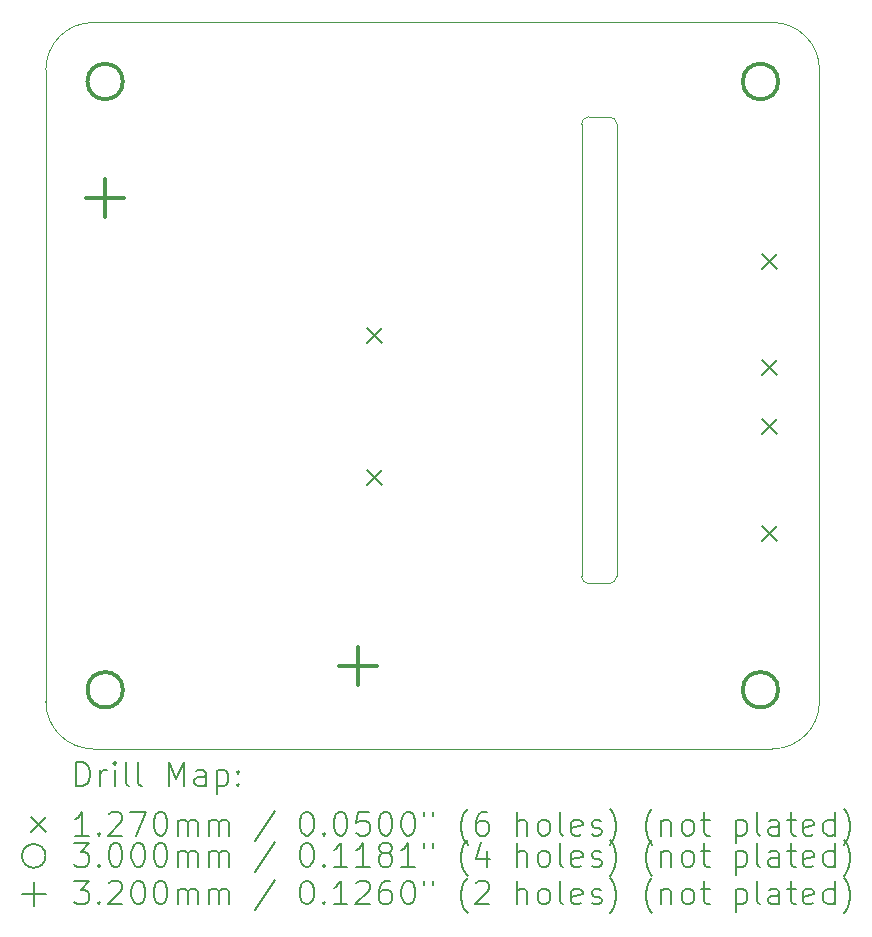
<source format=gbr>
%TF.GenerationSoftware,KiCad,Pcbnew,8.0.5*%
%TF.CreationDate,2024-11-25T01:00:18-06:00*%
%TF.ProjectId,ActivePrecharge,41637469-7665-4507-9265-636861726765,rev?*%
%TF.SameCoordinates,Original*%
%TF.FileFunction,Drillmap*%
%TF.FilePolarity,Positive*%
%FSLAX45Y45*%
G04 Gerber Fmt 4.5, Leading zero omitted, Abs format (unit mm)*
G04 Created by KiCad (PCBNEW 8.0.5) date 2024-11-25 01:00:18*
%MOMM*%
%LPD*%
G01*
G04 APERTURE LIST*
%ADD10C,0.050000*%
%ADD11C,0.200000*%
%ADD12C,0.127000*%
%ADD13C,0.300000*%
%ADD14C,0.320000*%
G04 APERTURE END LIST*
D10*
X12825500Y-7550000D02*
X12645000Y-7550000D01*
X14600000Y-12500000D02*
G75*
G02*
X14200000Y-12900000I-400000J0D01*
G01*
X8050000Y-7150000D02*
G75*
G02*
X8450000Y-6750000I400000J0D01*
G01*
X12645000Y-11500000D02*
G75*
G02*
X12585000Y-11440000I-1210J58790D01*
G01*
X12882500Y-11440000D02*
X12882500Y-7610000D01*
X12585000Y-7610000D02*
X12585000Y-11440000D01*
X14600000Y-7150000D02*
X14600000Y-12500000D01*
X14200000Y-12900000D02*
X8450000Y-12900000D01*
X8450000Y-6750000D02*
X14200000Y-6750000D01*
X12645000Y-11500000D02*
X12822500Y-11500000D01*
X12585000Y-7610000D02*
G75*
G02*
X12645000Y-7550000I60000J0D01*
G01*
X14200000Y-6750000D02*
G75*
G02*
X14600000Y-7150000I0J-400000D01*
G01*
X12825500Y-7550000D02*
G75*
G02*
X12882500Y-7610000I-1500J-58500D01*
G01*
X8450000Y-12900000D02*
G75*
G02*
X8050000Y-12500000I0J400000D01*
G01*
X8050000Y-12500000D02*
X8050000Y-7150000D01*
X12882500Y-11440000D02*
G75*
G02*
X12822500Y-11500000I-60000J0D01*
G01*
D11*
D12*
X10767250Y-9337750D02*
X10894250Y-9464750D01*
X10894250Y-9337750D02*
X10767250Y-9464750D01*
X10767250Y-10537750D02*
X10894250Y-10664750D01*
X10894250Y-10537750D02*
X10767250Y-10664750D01*
X14112500Y-8711500D02*
X14239500Y-8838500D01*
X14239500Y-8711500D02*
X14112500Y-8838500D01*
X14112500Y-9611500D02*
X14239500Y-9738500D01*
X14239500Y-9611500D02*
X14112500Y-9738500D01*
X14112500Y-10111500D02*
X14239500Y-10238500D01*
X14239500Y-10111500D02*
X14112500Y-10238500D01*
X14112500Y-11011500D02*
X14239500Y-11138500D01*
X14239500Y-11011500D02*
X14112500Y-11138500D01*
D13*
X8702000Y-7250000D02*
G75*
G02*
X8402000Y-7250000I-150000J0D01*
G01*
X8402000Y-7250000D02*
G75*
G02*
X8702000Y-7250000I150000J0D01*
G01*
X8702000Y-12400000D02*
G75*
G02*
X8402000Y-12400000I-150000J0D01*
G01*
X8402000Y-12400000D02*
G75*
G02*
X8702000Y-12400000I150000J0D01*
G01*
X14250000Y-7250000D02*
G75*
G02*
X13950000Y-7250000I-150000J0D01*
G01*
X13950000Y-7250000D02*
G75*
G02*
X14250000Y-7250000I150000J0D01*
G01*
X14250000Y-12400000D02*
G75*
G02*
X13950000Y-12400000I-150000J0D01*
G01*
X13950000Y-12400000D02*
G75*
G02*
X14250000Y-12400000I150000J0D01*
G01*
D14*
X8552000Y-8074000D02*
X8552000Y-8394000D01*
X8392000Y-8234000D02*
X8712000Y-8234000D01*
X10696000Y-12041000D02*
X10696000Y-12361000D01*
X10536000Y-12201000D02*
X10856000Y-12201000D01*
D11*
X8308277Y-13213984D02*
X8308277Y-13013984D01*
X8308277Y-13013984D02*
X8355896Y-13013984D01*
X8355896Y-13013984D02*
X8384467Y-13023508D01*
X8384467Y-13023508D02*
X8403515Y-13042555D01*
X8403515Y-13042555D02*
X8413039Y-13061603D01*
X8413039Y-13061603D02*
X8422563Y-13099698D01*
X8422563Y-13099698D02*
X8422563Y-13128269D01*
X8422563Y-13128269D02*
X8413039Y-13166365D01*
X8413039Y-13166365D02*
X8403515Y-13185412D01*
X8403515Y-13185412D02*
X8384467Y-13204460D01*
X8384467Y-13204460D02*
X8355896Y-13213984D01*
X8355896Y-13213984D02*
X8308277Y-13213984D01*
X8508277Y-13213984D02*
X8508277Y-13080650D01*
X8508277Y-13118746D02*
X8517801Y-13099698D01*
X8517801Y-13099698D02*
X8527324Y-13090174D01*
X8527324Y-13090174D02*
X8546372Y-13080650D01*
X8546372Y-13080650D02*
X8565420Y-13080650D01*
X8632086Y-13213984D02*
X8632086Y-13080650D01*
X8632086Y-13013984D02*
X8622563Y-13023508D01*
X8622563Y-13023508D02*
X8632086Y-13033031D01*
X8632086Y-13033031D02*
X8641610Y-13023508D01*
X8641610Y-13023508D02*
X8632086Y-13013984D01*
X8632086Y-13013984D02*
X8632086Y-13033031D01*
X8755896Y-13213984D02*
X8736848Y-13204460D01*
X8736848Y-13204460D02*
X8727324Y-13185412D01*
X8727324Y-13185412D02*
X8727324Y-13013984D01*
X8860658Y-13213984D02*
X8841610Y-13204460D01*
X8841610Y-13204460D02*
X8832086Y-13185412D01*
X8832086Y-13185412D02*
X8832086Y-13013984D01*
X9089229Y-13213984D02*
X9089229Y-13013984D01*
X9089229Y-13013984D02*
X9155896Y-13156841D01*
X9155896Y-13156841D02*
X9222563Y-13013984D01*
X9222563Y-13013984D02*
X9222563Y-13213984D01*
X9403515Y-13213984D02*
X9403515Y-13109222D01*
X9403515Y-13109222D02*
X9393991Y-13090174D01*
X9393991Y-13090174D02*
X9374944Y-13080650D01*
X9374944Y-13080650D02*
X9336848Y-13080650D01*
X9336848Y-13080650D02*
X9317801Y-13090174D01*
X9403515Y-13204460D02*
X9384467Y-13213984D01*
X9384467Y-13213984D02*
X9336848Y-13213984D01*
X9336848Y-13213984D02*
X9317801Y-13204460D01*
X9317801Y-13204460D02*
X9308277Y-13185412D01*
X9308277Y-13185412D02*
X9308277Y-13166365D01*
X9308277Y-13166365D02*
X9317801Y-13147317D01*
X9317801Y-13147317D02*
X9336848Y-13137793D01*
X9336848Y-13137793D02*
X9384467Y-13137793D01*
X9384467Y-13137793D02*
X9403515Y-13128269D01*
X9498753Y-13080650D02*
X9498753Y-13280650D01*
X9498753Y-13090174D02*
X9517801Y-13080650D01*
X9517801Y-13080650D02*
X9555896Y-13080650D01*
X9555896Y-13080650D02*
X9574944Y-13090174D01*
X9574944Y-13090174D02*
X9584467Y-13099698D01*
X9584467Y-13099698D02*
X9593991Y-13118746D01*
X9593991Y-13118746D02*
X9593991Y-13175888D01*
X9593991Y-13175888D02*
X9584467Y-13194936D01*
X9584467Y-13194936D02*
X9574944Y-13204460D01*
X9574944Y-13204460D02*
X9555896Y-13213984D01*
X9555896Y-13213984D02*
X9517801Y-13213984D01*
X9517801Y-13213984D02*
X9498753Y-13204460D01*
X9679705Y-13194936D02*
X9689229Y-13204460D01*
X9689229Y-13204460D02*
X9679705Y-13213984D01*
X9679705Y-13213984D02*
X9670182Y-13204460D01*
X9670182Y-13204460D02*
X9679705Y-13194936D01*
X9679705Y-13194936D02*
X9679705Y-13213984D01*
X9679705Y-13090174D02*
X9689229Y-13099698D01*
X9689229Y-13099698D02*
X9679705Y-13109222D01*
X9679705Y-13109222D02*
X9670182Y-13099698D01*
X9670182Y-13099698D02*
X9679705Y-13090174D01*
X9679705Y-13090174D02*
X9679705Y-13109222D01*
D12*
X7920500Y-13479000D02*
X8047500Y-13606000D01*
X8047500Y-13479000D02*
X7920500Y-13606000D01*
D11*
X8413039Y-13633984D02*
X8298753Y-13633984D01*
X8355896Y-13633984D02*
X8355896Y-13433984D01*
X8355896Y-13433984D02*
X8336848Y-13462555D01*
X8336848Y-13462555D02*
X8317801Y-13481603D01*
X8317801Y-13481603D02*
X8298753Y-13491127D01*
X8498753Y-13614936D02*
X8508277Y-13624460D01*
X8508277Y-13624460D02*
X8498753Y-13633984D01*
X8498753Y-13633984D02*
X8489229Y-13624460D01*
X8489229Y-13624460D02*
X8498753Y-13614936D01*
X8498753Y-13614936D02*
X8498753Y-13633984D01*
X8584467Y-13453031D02*
X8593991Y-13443508D01*
X8593991Y-13443508D02*
X8613039Y-13433984D01*
X8613039Y-13433984D02*
X8660658Y-13433984D01*
X8660658Y-13433984D02*
X8679705Y-13443508D01*
X8679705Y-13443508D02*
X8689229Y-13453031D01*
X8689229Y-13453031D02*
X8698753Y-13472079D01*
X8698753Y-13472079D02*
X8698753Y-13491127D01*
X8698753Y-13491127D02*
X8689229Y-13519698D01*
X8689229Y-13519698D02*
X8574944Y-13633984D01*
X8574944Y-13633984D02*
X8698753Y-13633984D01*
X8765420Y-13433984D02*
X8898753Y-13433984D01*
X8898753Y-13433984D02*
X8813039Y-13633984D01*
X9013039Y-13433984D02*
X9032086Y-13433984D01*
X9032086Y-13433984D02*
X9051134Y-13443508D01*
X9051134Y-13443508D02*
X9060658Y-13453031D01*
X9060658Y-13453031D02*
X9070182Y-13472079D01*
X9070182Y-13472079D02*
X9079705Y-13510174D01*
X9079705Y-13510174D02*
X9079705Y-13557793D01*
X9079705Y-13557793D02*
X9070182Y-13595888D01*
X9070182Y-13595888D02*
X9060658Y-13614936D01*
X9060658Y-13614936D02*
X9051134Y-13624460D01*
X9051134Y-13624460D02*
X9032086Y-13633984D01*
X9032086Y-13633984D02*
X9013039Y-13633984D01*
X9013039Y-13633984D02*
X8993991Y-13624460D01*
X8993991Y-13624460D02*
X8984467Y-13614936D01*
X8984467Y-13614936D02*
X8974944Y-13595888D01*
X8974944Y-13595888D02*
X8965420Y-13557793D01*
X8965420Y-13557793D02*
X8965420Y-13510174D01*
X8965420Y-13510174D02*
X8974944Y-13472079D01*
X8974944Y-13472079D02*
X8984467Y-13453031D01*
X8984467Y-13453031D02*
X8993991Y-13443508D01*
X8993991Y-13443508D02*
X9013039Y-13433984D01*
X9165420Y-13633984D02*
X9165420Y-13500650D01*
X9165420Y-13519698D02*
X9174944Y-13510174D01*
X9174944Y-13510174D02*
X9193991Y-13500650D01*
X9193991Y-13500650D02*
X9222563Y-13500650D01*
X9222563Y-13500650D02*
X9241610Y-13510174D01*
X9241610Y-13510174D02*
X9251134Y-13529222D01*
X9251134Y-13529222D02*
X9251134Y-13633984D01*
X9251134Y-13529222D02*
X9260658Y-13510174D01*
X9260658Y-13510174D02*
X9279705Y-13500650D01*
X9279705Y-13500650D02*
X9308277Y-13500650D01*
X9308277Y-13500650D02*
X9327325Y-13510174D01*
X9327325Y-13510174D02*
X9336848Y-13529222D01*
X9336848Y-13529222D02*
X9336848Y-13633984D01*
X9432086Y-13633984D02*
X9432086Y-13500650D01*
X9432086Y-13519698D02*
X9441610Y-13510174D01*
X9441610Y-13510174D02*
X9460658Y-13500650D01*
X9460658Y-13500650D02*
X9489229Y-13500650D01*
X9489229Y-13500650D02*
X9508277Y-13510174D01*
X9508277Y-13510174D02*
X9517801Y-13529222D01*
X9517801Y-13529222D02*
X9517801Y-13633984D01*
X9517801Y-13529222D02*
X9527325Y-13510174D01*
X9527325Y-13510174D02*
X9546372Y-13500650D01*
X9546372Y-13500650D02*
X9574944Y-13500650D01*
X9574944Y-13500650D02*
X9593991Y-13510174D01*
X9593991Y-13510174D02*
X9603515Y-13529222D01*
X9603515Y-13529222D02*
X9603515Y-13633984D01*
X9993991Y-13424460D02*
X9822563Y-13681603D01*
X10251134Y-13433984D02*
X10270182Y-13433984D01*
X10270182Y-13433984D02*
X10289229Y-13443508D01*
X10289229Y-13443508D02*
X10298753Y-13453031D01*
X10298753Y-13453031D02*
X10308277Y-13472079D01*
X10308277Y-13472079D02*
X10317801Y-13510174D01*
X10317801Y-13510174D02*
X10317801Y-13557793D01*
X10317801Y-13557793D02*
X10308277Y-13595888D01*
X10308277Y-13595888D02*
X10298753Y-13614936D01*
X10298753Y-13614936D02*
X10289229Y-13624460D01*
X10289229Y-13624460D02*
X10270182Y-13633984D01*
X10270182Y-13633984D02*
X10251134Y-13633984D01*
X10251134Y-13633984D02*
X10232087Y-13624460D01*
X10232087Y-13624460D02*
X10222563Y-13614936D01*
X10222563Y-13614936D02*
X10213039Y-13595888D01*
X10213039Y-13595888D02*
X10203515Y-13557793D01*
X10203515Y-13557793D02*
X10203515Y-13510174D01*
X10203515Y-13510174D02*
X10213039Y-13472079D01*
X10213039Y-13472079D02*
X10222563Y-13453031D01*
X10222563Y-13453031D02*
X10232087Y-13443508D01*
X10232087Y-13443508D02*
X10251134Y-13433984D01*
X10403515Y-13614936D02*
X10413039Y-13624460D01*
X10413039Y-13624460D02*
X10403515Y-13633984D01*
X10403515Y-13633984D02*
X10393991Y-13624460D01*
X10393991Y-13624460D02*
X10403515Y-13614936D01*
X10403515Y-13614936D02*
X10403515Y-13633984D01*
X10536848Y-13433984D02*
X10555896Y-13433984D01*
X10555896Y-13433984D02*
X10574944Y-13443508D01*
X10574944Y-13443508D02*
X10584468Y-13453031D01*
X10584468Y-13453031D02*
X10593991Y-13472079D01*
X10593991Y-13472079D02*
X10603515Y-13510174D01*
X10603515Y-13510174D02*
X10603515Y-13557793D01*
X10603515Y-13557793D02*
X10593991Y-13595888D01*
X10593991Y-13595888D02*
X10584468Y-13614936D01*
X10584468Y-13614936D02*
X10574944Y-13624460D01*
X10574944Y-13624460D02*
X10555896Y-13633984D01*
X10555896Y-13633984D02*
X10536848Y-13633984D01*
X10536848Y-13633984D02*
X10517801Y-13624460D01*
X10517801Y-13624460D02*
X10508277Y-13614936D01*
X10508277Y-13614936D02*
X10498753Y-13595888D01*
X10498753Y-13595888D02*
X10489229Y-13557793D01*
X10489229Y-13557793D02*
X10489229Y-13510174D01*
X10489229Y-13510174D02*
X10498753Y-13472079D01*
X10498753Y-13472079D02*
X10508277Y-13453031D01*
X10508277Y-13453031D02*
X10517801Y-13443508D01*
X10517801Y-13443508D02*
X10536848Y-13433984D01*
X10784468Y-13433984D02*
X10689229Y-13433984D01*
X10689229Y-13433984D02*
X10679706Y-13529222D01*
X10679706Y-13529222D02*
X10689229Y-13519698D01*
X10689229Y-13519698D02*
X10708277Y-13510174D01*
X10708277Y-13510174D02*
X10755896Y-13510174D01*
X10755896Y-13510174D02*
X10774944Y-13519698D01*
X10774944Y-13519698D02*
X10784468Y-13529222D01*
X10784468Y-13529222D02*
X10793991Y-13548269D01*
X10793991Y-13548269D02*
X10793991Y-13595888D01*
X10793991Y-13595888D02*
X10784468Y-13614936D01*
X10784468Y-13614936D02*
X10774944Y-13624460D01*
X10774944Y-13624460D02*
X10755896Y-13633984D01*
X10755896Y-13633984D02*
X10708277Y-13633984D01*
X10708277Y-13633984D02*
X10689229Y-13624460D01*
X10689229Y-13624460D02*
X10679706Y-13614936D01*
X10917801Y-13433984D02*
X10936849Y-13433984D01*
X10936849Y-13433984D02*
X10955896Y-13443508D01*
X10955896Y-13443508D02*
X10965420Y-13453031D01*
X10965420Y-13453031D02*
X10974944Y-13472079D01*
X10974944Y-13472079D02*
X10984468Y-13510174D01*
X10984468Y-13510174D02*
X10984468Y-13557793D01*
X10984468Y-13557793D02*
X10974944Y-13595888D01*
X10974944Y-13595888D02*
X10965420Y-13614936D01*
X10965420Y-13614936D02*
X10955896Y-13624460D01*
X10955896Y-13624460D02*
X10936849Y-13633984D01*
X10936849Y-13633984D02*
X10917801Y-13633984D01*
X10917801Y-13633984D02*
X10898753Y-13624460D01*
X10898753Y-13624460D02*
X10889229Y-13614936D01*
X10889229Y-13614936D02*
X10879706Y-13595888D01*
X10879706Y-13595888D02*
X10870182Y-13557793D01*
X10870182Y-13557793D02*
X10870182Y-13510174D01*
X10870182Y-13510174D02*
X10879706Y-13472079D01*
X10879706Y-13472079D02*
X10889229Y-13453031D01*
X10889229Y-13453031D02*
X10898753Y-13443508D01*
X10898753Y-13443508D02*
X10917801Y-13433984D01*
X11108277Y-13433984D02*
X11127325Y-13433984D01*
X11127325Y-13433984D02*
X11146372Y-13443508D01*
X11146372Y-13443508D02*
X11155896Y-13453031D01*
X11155896Y-13453031D02*
X11165420Y-13472079D01*
X11165420Y-13472079D02*
X11174944Y-13510174D01*
X11174944Y-13510174D02*
X11174944Y-13557793D01*
X11174944Y-13557793D02*
X11165420Y-13595888D01*
X11165420Y-13595888D02*
X11155896Y-13614936D01*
X11155896Y-13614936D02*
X11146372Y-13624460D01*
X11146372Y-13624460D02*
X11127325Y-13633984D01*
X11127325Y-13633984D02*
X11108277Y-13633984D01*
X11108277Y-13633984D02*
X11089229Y-13624460D01*
X11089229Y-13624460D02*
X11079706Y-13614936D01*
X11079706Y-13614936D02*
X11070182Y-13595888D01*
X11070182Y-13595888D02*
X11060658Y-13557793D01*
X11060658Y-13557793D02*
X11060658Y-13510174D01*
X11060658Y-13510174D02*
X11070182Y-13472079D01*
X11070182Y-13472079D02*
X11079706Y-13453031D01*
X11079706Y-13453031D02*
X11089229Y-13443508D01*
X11089229Y-13443508D02*
X11108277Y-13433984D01*
X11251134Y-13433984D02*
X11251134Y-13472079D01*
X11327325Y-13433984D02*
X11327325Y-13472079D01*
X11622563Y-13710174D02*
X11613039Y-13700650D01*
X11613039Y-13700650D02*
X11593991Y-13672079D01*
X11593991Y-13672079D02*
X11584468Y-13653031D01*
X11584468Y-13653031D02*
X11574944Y-13624460D01*
X11574944Y-13624460D02*
X11565420Y-13576841D01*
X11565420Y-13576841D02*
X11565420Y-13538746D01*
X11565420Y-13538746D02*
X11574944Y-13491127D01*
X11574944Y-13491127D02*
X11584468Y-13462555D01*
X11584468Y-13462555D02*
X11593991Y-13443508D01*
X11593991Y-13443508D02*
X11613039Y-13414936D01*
X11613039Y-13414936D02*
X11622563Y-13405412D01*
X11784468Y-13433984D02*
X11746372Y-13433984D01*
X11746372Y-13433984D02*
X11727325Y-13443508D01*
X11727325Y-13443508D02*
X11717801Y-13453031D01*
X11717801Y-13453031D02*
X11698753Y-13481603D01*
X11698753Y-13481603D02*
X11689229Y-13519698D01*
X11689229Y-13519698D02*
X11689229Y-13595888D01*
X11689229Y-13595888D02*
X11698753Y-13614936D01*
X11698753Y-13614936D02*
X11708277Y-13624460D01*
X11708277Y-13624460D02*
X11727325Y-13633984D01*
X11727325Y-13633984D02*
X11765420Y-13633984D01*
X11765420Y-13633984D02*
X11784468Y-13624460D01*
X11784468Y-13624460D02*
X11793991Y-13614936D01*
X11793991Y-13614936D02*
X11803515Y-13595888D01*
X11803515Y-13595888D02*
X11803515Y-13548269D01*
X11803515Y-13548269D02*
X11793991Y-13529222D01*
X11793991Y-13529222D02*
X11784468Y-13519698D01*
X11784468Y-13519698D02*
X11765420Y-13510174D01*
X11765420Y-13510174D02*
X11727325Y-13510174D01*
X11727325Y-13510174D02*
X11708277Y-13519698D01*
X11708277Y-13519698D02*
X11698753Y-13529222D01*
X11698753Y-13529222D02*
X11689229Y-13548269D01*
X12041610Y-13633984D02*
X12041610Y-13433984D01*
X12127325Y-13633984D02*
X12127325Y-13529222D01*
X12127325Y-13529222D02*
X12117801Y-13510174D01*
X12117801Y-13510174D02*
X12098753Y-13500650D01*
X12098753Y-13500650D02*
X12070182Y-13500650D01*
X12070182Y-13500650D02*
X12051134Y-13510174D01*
X12051134Y-13510174D02*
X12041610Y-13519698D01*
X12251134Y-13633984D02*
X12232087Y-13624460D01*
X12232087Y-13624460D02*
X12222563Y-13614936D01*
X12222563Y-13614936D02*
X12213039Y-13595888D01*
X12213039Y-13595888D02*
X12213039Y-13538746D01*
X12213039Y-13538746D02*
X12222563Y-13519698D01*
X12222563Y-13519698D02*
X12232087Y-13510174D01*
X12232087Y-13510174D02*
X12251134Y-13500650D01*
X12251134Y-13500650D02*
X12279706Y-13500650D01*
X12279706Y-13500650D02*
X12298753Y-13510174D01*
X12298753Y-13510174D02*
X12308277Y-13519698D01*
X12308277Y-13519698D02*
X12317801Y-13538746D01*
X12317801Y-13538746D02*
X12317801Y-13595888D01*
X12317801Y-13595888D02*
X12308277Y-13614936D01*
X12308277Y-13614936D02*
X12298753Y-13624460D01*
X12298753Y-13624460D02*
X12279706Y-13633984D01*
X12279706Y-13633984D02*
X12251134Y-13633984D01*
X12432087Y-13633984D02*
X12413039Y-13624460D01*
X12413039Y-13624460D02*
X12403515Y-13605412D01*
X12403515Y-13605412D02*
X12403515Y-13433984D01*
X12584468Y-13624460D02*
X12565420Y-13633984D01*
X12565420Y-13633984D02*
X12527325Y-13633984D01*
X12527325Y-13633984D02*
X12508277Y-13624460D01*
X12508277Y-13624460D02*
X12498753Y-13605412D01*
X12498753Y-13605412D02*
X12498753Y-13529222D01*
X12498753Y-13529222D02*
X12508277Y-13510174D01*
X12508277Y-13510174D02*
X12527325Y-13500650D01*
X12527325Y-13500650D02*
X12565420Y-13500650D01*
X12565420Y-13500650D02*
X12584468Y-13510174D01*
X12584468Y-13510174D02*
X12593991Y-13529222D01*
X12593991Y-13529222D02*
X12593991Y-13548269D01*
X12593991Y-13548269D02*
X12498753Y-13567317D01*
X12670182Y-13624460D02*
X12689230Y-13633984D01*
X12689230Y-13633984D02*
X12727325Y-13633984D01*
X12727325Y-13633984D02*
X12746372Y-13624460D01*
X12746372Y-13624460D02*
X12755896Y-13605412D01*
X12755896Y-13605412D02*
X12755896Y-13595888D01*
X12755896Y-13595888D02*
X12746372Y-13576841D01*
X12746372Y-13576841D02*
X12727325Y-13567317D01*
X12727325Y-13567317D02*
X12698753Y-13567317D01*
X12698753Y-13567317D02*
X12679706Y-13557793D01*
X12679706Y-13557793D02*
X12670182Y-13538746D01*
X12670182Y-13538746D02*
X12670182Y-13529222D01*
X12670182Y-13529222D02*
X12679706Y-13510174D01*
X12679706Y-13510174D02*
X12698753Y-13500650D01*
X12698753Y-13500650D02*
X12727325Y-13500650D01*
X12727325Y-13500650D02*
X12746372Y-13510174D01*
X12822563Y-13710174D02*
X12832087Y-13700650D01*
X12832087Y-13700650D02*
X12851134Y-13672079D01*
X12851134Y-13672079D02*
X12860658Y-13653031D01*
X12860658Y-13653031D02*
X12870182Y-13624460D01*
X12870182Y-13624460D02*
X12879706Y-13576841D01*
X12879706Y-13576841D02*
X12879706Y-13538746D01*
X12879706Y-13538746D02*
X12870182Y-13491127D01*
X12870182Y-13491127D02*
X12860658Y-13462555D01*
X12860658Y-13462555D02*
X12851134Y-13443508D01*
X12851134Y-13443508D02*
X12832087Y-13414936D01*
X12832087Y-13414936D02*
X12822563Y-13405412D01*
X13184468Y-13710174D02*
X13174944Y-13700650D01*
X13174944Y-13700650D02*
X13155896Y-13672079D01*
X13155896Y-13672079D02*
X13146372Y-13653031D01*
X13146372Y-13653031D02*
X13136849Y-13624460D01*
X13136849Y-13624460D02*
X13127325Y-13576841D01*
X13127325Y-13576841D02*
X13127325Y-13538746D01*
X13127325Y-13538746D02*
X13136849Y-13491127D01*
X13136849Y-13491127D02*
X13146372Y-13462555D01*
X13146372Y-13462555D02*
X13155896Y-13443508D01*
X13155896Y-13443508D02*
X13174944Y-13414936D01*
X13174944Y-13414936D02*
X13184468Y-13405412D01*
X13260658Y-13500650D02*
X13260658Y-13633984D01*
X13260658Y-13519698D02*
X13270182Y-13510174D01*
X13270182Y-13510174D02*
X13289230Y-13500650D01*
X13289230Y-13500650D02*
X13317801Y-13500650D01*
X13317801Y-13500650D02*
X13336849Y-13510174D01*
X13336849Y-13510174D02*
X13346372Y-13529222D01*
X13346372Y-13529222D02*
X13346372Y-13633984D01*
X13470182Y-13633984D02*
X13451134Y-13624460D01*
X13451134Y-13624460D02*
X13441611Y-13614936D01*
X13441611Y-13614936D02*
X13432087Y-13595888D01*
X13432087Y-13595888D02*
X13432087Y-13538746D01*
X13432087Y-13538746D02*
X13441611Y-13519698D01*
X13441611Y-13519698D02*
X13451134Y-13510174D01*
X13451134Y-13510174D02*
X13470182Y-13500650D01*
X13470182Y-13500650D02*
X13498753Y-13500650D01*
X13498753Y-13500650D02*
X13517801Y-13510174D01*
X13517801Y-13510174D02*
X13527325Y-13519698D01*
X13527325Y-13519698D02*
X13536849Y-13538746D01*
X13536849Y-13538746D02*
X13536849Y-13595888D01*
X13536849Y-13595888D02*
X13527325Y-13614936D01*
X13527325Y-13614936D02*
X13517801Y-13624460D01*
X13517801Y-13624460D02*
X13498753Y-13633984D01*
X13498753Y-13633984D02*
X13470182Y-13633984D01*
X13593992Y-13500650D02*
X13670182Y-13500650D01*
X13622563Y-13433984D02*
X13622563Y-13605412D01*
X13622563Y-13605412D02*
X13632087Y-13624460D01*
X13632087Y-13624460D02*
X13651134Y-13633984D01*
X13651134Y-13633984D02*
X13670182Y-13633984D01*
X13889230Y-13500650D02*
X13889230Y-13700650D01*
X13889230Y-13510174D02*
X13908277Y-13500650D01*
X13908277Y-13500650D02*
X13946373Y-13500650D01*
X13946373Y-13500650D02*
X13965420Y-13510174D01*
X13965420Y-13510174D02*
X13974944Y-13519698D01*
X13974944Y-13519698D02*
X13984468Y-13538746D01*
X13984468Y-13538746D02*
X13984468Y-13595888D01*
X13984468Y-13595888D02*
X13974944Y-13614936D01*
X13974944Y-13614936D02*
X13965420Y-13624460D01*
X13965420Y-13624460D02*
X13946373Y-13633984D01*
X13946373Y-13633984D02*
X13908277Y-13633984D01*
X13908277Y-13633984D02*
X13889230Y-13624460D01*
X14098753Y-13633984D02*
X14079706Y-13624460D01*
X14079706Y-13624460D02*
X14070182Y-13605412D01*
X14070182Y-13605412D02*
X14070182Y-13433984D01*
X14260658Y-13633984D02*
X14260658Y-13529222D01*
X14260658Y-13529222D02*
X14251134Y-13510174D01*
X14251134Y-13510174D02*
X14232087Y-13500650D01*
X14232087Y-13500650D02*
X14193992Y-13500650D01*
X14193992Y-13500650D02*
X14174944Y-13510174D01*
X14260658Y-13624460D02*
X14241611Y-13633984D01*
X14241611Y-13633984D02*
X14193992Y-13633984D01*
X14193992Y-13633984D02*
X14174944Y-13624460D01*
X14174944Y-13624460D02*
X14165420Y-13605412D01*
X14165420Y-13605412D02*
X14165420Y-13586365D01*
X14165420Y-13586365D02*
X14174944Y-13567317D01*
X14174944Y-13567317D02*
X14193992Y-13557793D01*
X14193992Y-13557793D02*
X14241611Y-13557793D01*
X14241611Y-13557793D02*
X14260658Y-13548269D01*
X14327325Y-13500650D02*
X14403515Y-13500650D01*
X14355896Y-13433984D02*
X14355896Y-13605412D01*
X14355896Y-13605412D02*
X14365420Y-13624460D01*
X14365420Y-13624460D02*
X14384468Y-13633984D01*
X14384468Y-13633984D02*
X14403515Y-13633984D01*
X14546373Y-13624460D02*
X14527325Y-13633984D01*
X14527325Y-13633984D02*
X14489230Y-13633984D01*
X14489230Y-13633984D02*
X14470182Y-13624460D01*
X14470182Y-13624460D02*
X14460658Y-13605412D01*
X14460658Y-13605412D02*
X14460658Y-13529222D01*
X14460658Y-13529222D02*
X14470182Y-13510174D01*
X14470182Y-13510174D02*
X14489230Y-13500650D01*
X14489230Y-13500650D02*
X14527325Y-13500650D01*
X14527325Y-13500650D02*
X14546373Y-13510174D01*
X14546373Y-13510174D02*
X14555896Y-13529222D01*
X14555896Y-13529222D02*
X14555896Y-13548269D01*
X14555896Y-13548269D02*
X14460658Y-13567317D01*
X14727325Y-13633984D02*
X14727325Y-13433984D01*
X14727325Y-13624460D02*
X14708277Y-13633984D01*
X14708277Y-13633984D02*
X14670182Y-13633984D01*
X14670182Y-13633984D02*
X14651134Y-13624460D01*
X14651134Y-13624460D02*
X14641611Y-13614936D01*
X14641611Y-13614936D02*
X14632087Y-13595888D01*
X14632087Y-13595888D02*
X14632087Y-13538746D01*
X14632087Y-13538746D02*
X14641611Y-13519698D01*
X14641611Y-13519698D02*
X14651134Y-13510174D01*
X14651134Y-13510174D02*
X14670182Y-13500650D01*
X14670182Y-13500650D02*
X14708277Y-13500650D01*
X14708277Y-13500650D02*
X14727325Y-13510174D01*
X14803515Y-13710174D02*
X14813039Y-13700650D01*
X14813039Y-13700650D02*
X14832087Y-13672079D01*
X14832087Y-13672079D02*
X14841611Y-13653031D01*
X14841611Y-13653031D02*
X14851134Y-13624460D01*
X14851134Y-13624460D02*
X14860658Y-13576841D01*
X14860658Y-13576841D02*
X14860658Y-13538746D01*
X14860658Y-13538746D02*
X14851134Y-13491127D01*
X14851134Y-13491127D02*
X14841611Y-13462555D01*
X14841611Y-13462555D02*
X14832087Y-13443508D01*
X14832087Y-13443508D02*
X14813039Y-13414936D01*
X14813039Y-13414936D02*
X14803515Y-13405412D01*
X8047500Y-13806500D02*
G75*
G02*
X7847500Y-13806500I-100000J0D01*
G01*
X7847500Y-13806500D02*
G75*
G02*
X8047500Y-13806500I100000J0D01*
G01*
X8289229Y-13697984D02*
X8413039Y-13697984D01*
X8413039Y-13697984D02*
X8346372Y-13774174D01*
X8346372Y-13774174D02*
X8374943Y-13774174D01*
X8374943Y-13774174D02*
X8393991Y-13783698D01*
X8393991Y-13783698D02*
X8403515Y-13793222D01*
X8403515Y-13793222D02*
X8413039Y-13812269D01*
X8413039Y-13812269D02*
X8413039Y-13859888D01*
X8413039Y-13859888D02*
X8403515Y-13878936D01*
X8403515Y-13878936D02*
X8393991Y-13888460D01*
X8393991Y-13888460D02*
X8374943Y-13897984D01*
X8374943Y-13897984D02*
X8317801Y-13897984D01*
X8317801Y-13897984D02*
X8298753Y-13888460D01*
X8298753Y-13888460D02*
X8289229Y-13878936D01*
X8498753Y-13878936D02*
X8508277Y-13888460D01*
X8508277Y-13888460D02*
X8498753Y-13897984D01*
X8498753Y-13897984D02*
X8489229Y-13888460D01*
X8489229Y-13888460D02*
X8498753Y-13878936D01*
X8498753Y-13878936D02*
X8498753Y-13897984D01*
X8632086Y-13697984D02*
X8651134Y-13697984D01*
X8651134Y-13697984D02*
X8670182Y-13707508D01*
X8670182Y-13707508D02*
X8679705Y-13717031D01*
X8679705Y-13717031D02*
X8689229Y-13736079D01*
X8689229Y-13736079D02*
X8698753Y-13774174D01*
X8698753Y-13774174D02*
X8698753Y-13821793D01*
X8698753Y-13821793D02*
X8689229Y-13859888D01*
X8689229Y-13859888D02*
X8679705Y-13878936D01*
X8679705Y-13878936D02*
X8670182Y-13888460D01*
X8670182Y-13888460D02*
X8651134Y-13897984D01*
X8651134Y-13897984D02*
X8632086Y-13897984D01*
X8632086Y-13897984D02*
X8613039Y-13888460D01*
X8613039Y-13888460D02*
X8603515Y-13878936D01*
X8603515Y-13878936D02*
X8593991Y-13859888D01*
X8593991Y-13859888D02*
X8584467Y-13821793D01*
X8584467Y-13821793D02*
X8584467Y-13774174D01*
X8584467Y-13774174D02*
X8593991Y-13736079D01*
X8593991Y-13736079D02*
X8603515Y-13717031D01*
X8603515Y-13717031D02*
X8613039Y-13707508D01*
X8613039Y-13707508D02*
X8632086Y-13697984D01*
X8822563Y-13697984D02*
X8841610Y-13697984D01*
X8841610Y-13697984D02*
X8860658Y-13707508D01*
X8860658Y-13707508D02*
X8870182Y-13717031D01*
X8870182Y-13717031D02*
X8879705Y-13736079D01*
X8879705Y-13736079D02*
X8889229Y-13774174D01*
X8889229Y-13774174D02*
X8889229Y-13821793D01*
X8889229Y-13821793D02*
X8879705Y-13859888D01*
X8879705Y-13859888D02*
X8870182Y-13878936D01*
X8870182Y-13878936D02*
X8860658Y-13888460D01*
X8860658Y-13888460D02*
X8841610Y-13897984D01*
X8841610Y-13897984D02*
X8822563Y-13897984D01*
X8822563Y-13897984D02*
X8803515Y-13888460D01*
X8803515Y-13888460D02*
X8793991Y-13878936D01*
X8793991Y-13878936D02*
X8784467Y-13859888D01*
X8784467Y-13859888D02*
X8774944Y-13821793D01*
X8774944Y-13821793D02*
X8774944Y-13774174D01*
X8774944Y-13774174D02*
X8784467Y-13736079D01*
X8784467Y-13736079D02*
X8793991Y-13717031D01*
X8793991Y-13717031D02*
X8803515Y-13707508D01*
X8803515Y-13707508D02*
X8822563Y-13697984D01*
X9013039Y-13697984D02*
X9032086Y-13697984D01*
X9032086Y-13697984D02*
X9051134Y-13707508D01*
X9051134Y-13707508D02*
X9060658Y-13717031D01*
X9060658Y-13717031D02*
X9070182Y-13736079D01*
X9070182Y-13736079D02*
X9079705Y-13774174D01*
X9079705Y-13774174D02*
X9079705Y-13821793D01*
X9079705Y-13821793D02*
X9070182Y-13859888D01*
X9070182Y-13859888D02*
X9060658Y-13878936D01*
X9060658Y-13878936D02*
X9051134Y-13888460D01*
X9051134Y-13888460D02*
X9032086Y-13897984D01*
X9032086Y-13897984D02*
X9013039Y-13897984D01*
X9013039Y-13897984D02*
X8993991Y-13888460D01*
X8993991Y-13888460D02*
X8984467Y-13878936D01*
X8984467Y-13878936D02*
X8974944Y-13859888D01*
X8974944Y-13859888D02*
X8965420Y-13821793D01*
X8965420Y-13821793D02*
X8965420Y-13774174D01*
X8965420Y-13774174D02*
X8974944Y-13736079D01*
X8974944Y-13736079D02*
X8984467Y-13717031D01*
X8984467Y-13717031D02*
X8993991Y-13707508D01*
X8993991Y-13707508D02*
X9013039Y-13697984D01*
X9165420Y-13897984D02*
X9165420Y-13764650D01*
X9165420Y-13783698D02*
X9174944Y-13774174D01*
X9174944Y-13774174D02*
X9193991Y-13764650D01*
X9193991Y-13764650D02*
X9222563Y-13764650D01*
X9222563Y-13764650D02*
X9241610Y-13774174D01*
X9241610Y-13774174D02*
X9251134Y-13793222D01*
X9251134Y-13793222D02*
X9251134Y-13897984D01*
X9251134Y-13793222D02*
X9260658Y-13774174D01*
X9260658Y-13774174D02*
X9279705Y-13764650D01*
X9279705Y-13764650D02*
X9308277Y-13764650D01*
X9308277Y-13764650D02*
X9327325Y-13774174D01*
X9327325Y-13774174D02*
X9336848Y-13793222D01*
X9336848Y-13793222D02*
X9336848Y-13897984D01*
X9432086Y-13897984D02*
X9432086Y-13764650D01*
X9432086Y-13783698D02*
X9441610Y-13774174D01*
X9441610Y-13774174D02*
X9460658Y-13764650D01*
X9460658Y-13764650D02*
X9489229Y-13764650D01*
X9489229Y-13764650D02*
X9508277Y-13774174D01*
X9508277Y-13774174D02*
X9517801Y-13793222D01*
X9517801Y-13793222D02*
X9517801Y-13897984D01*
X9517801Y-13793222D02*
X9527325Y-13774174D01*
X9527325Y-13774174D02*
X9546372Y-13764650D01*
X9546372Y-13764650D02*
X9574944Y-13764650D01*
X9574944Y-13764650D02*
X9593991Y-13774174D01*
X9593991Y-13774174D02*
X9603515Y-13793222D01*
X9603515Y-13793222D02*
X9603515Y-13897984D01*
X9993991Y-13688460D02*
X9822563Y-13945603D01*
X10251134Y-13697984D02*
X10270182Y-13697984D01*
X10270182Y-13697984D02*
X10289229Y-13707508D01*
X10289229Y-13707508D02*
X10298753Y-13717031D01*
X10298753Y-13717031D02*
X10308277Y-13736079D01*
X10308277Y-13736079D02*
X10317801Y-13774174D01*
X10317801Y-13774174D02*
X10317801Y-13821793D01*
X10317801Y-13821793D02*
X10308277Y-13859888D01*
X10308277Y-13859888D02*
X10298753Y-13878936D01*
X10298753Y-13878936D02*
X10289229Y-13888460D01*
X10289229Y-13888460D02*
X10270182Y-13897984D01*
X10270182Y-13897984D02*
X10251134Y-13897984D01*
X10251134Y-13897984D02*
X10232087Y-13888460D01*
X10232087Y-13888460D02*
X10222563Y-13878936D01*
X10222563Y-13878936D02*
X10213039Y-13859888D01*
X10213039Y-13859888D02*
X10203515Y-13821793D01*
X10203515Y-13821793D02*
X10203515Y-13774174D01*
X10203515Y-13774174D02*
X10213039Y-13736079D01*
X10213039Y-13736079D02*
X10222563Y-13717031D01*
X10222563Y-13717031D02*
X10232087Y-13707508D01*
X10232087Y-13707508D02*
X10251134Y-13697984D01*
X10403515Y-13878936D02*
X10413039Y-13888460D01*
X10413039Y-13888460D02*
X10403515Y-13897984D01*
X10403515Y-13897984D02*
X10393991Y-13888460D01*
X10393991Y-13888460D02*
X10403515Y-13878936D01*
X10403515Y-13878936D02*
X10403515Y-13897984D01*
X10603515Y-13897984D02*
X10489229Y-13897984D01*
X10546372Y-13897984D02*
X10546372Y-13697984D01*
X10546372Y-13697984D02*
X10527325Y-13726555D01*
X10527325Y-13726555D02*
X10508277Y-13745603D01*
X10508277Y-13745603D02*
X10489229Y-13755127D01*
X10793991Y-13897984D02*
X10679706Y-13897984D01*
X10736848Y-13897984D02*
X10736848Y-13697984D01*
X10736848Y-13697984D02*
X10717801Y-13726555D01*
X10717801Y-13726555D02*
X10698753Y-13745603D01*
X10698753Y-13745603D02*
X10679706Y-13755127D01*
X10908277Y-13783698D02*
X10889229Y-13774174D01*
X10889229Y-13774174D02*
X10879706Y-13764650D01*
X10879706Y-13764650D02*
X10870182Y-13745603D01*
X10870182Y-13745603D02*
X10870182Y-13736079D01*
X10870182Y-13736079D02*
X10879706Y-13717031D01*
X10879706Y-13717031D02*
X10889229Y-13707508D01*
X10889229Y-13707508D02*
X10908277Y-13697984D01*
X10908277Y-13697984D02*
X10946372Y-13697984D01*
X10946372Y-13697984D02*
X10965420Y-13707508D01*
X10965420Y-13707508D02*
X10974944Y-13717031D01*
X10974944Y-13717031D02*
X10984468Y-13736079D01*
X10984468Y-13736079D02*
X10984468Y-13745603D01*
X10984468Y-13745603D02*
X10974944Y-13764650D01*
X10974944Y-13764650D02*
X10965420Y-13774174D01*
X10965420Y-13774174D02*
X10946372Y-13783698D01*
X10946372Y-13783698D02*
X10908277Y-13783698D01*
X10908277Y-13783698D02*
X10889229Y-13793222D01*
X10889229Y-13793222D02*
X10879706Y-13802746D01*
X10879706Y-13802746D02*
X10870182Y-13821793D01*
X10870182Y-13821793D02*
X10870182Y-13859888D01*
X10870182Y-13859888D02*
X10879706Y-13878936D01*
X10879706Y-13878936D02*
X10889229Y-13888460D01*
X10889229Y-13888460D02*
X10908277Y-13897984D01*
X10908277Y-13897984D02*
X10946372Y-13897984D01*
X10946372Y-13897984D02*
X10965420Y-13888460D01*
X10965420Y-13888460D02*
X10974944Y-13878936D01*
X10974944Y-13878936D02*
X10984468Y-13859888D01*
X10984468Y-13859888D02*
X10984468Y-13821793D01*
X10984468Y-13821793D02*
X10974944Y-13802746D01*
X10974944Y-13802746D02*
X10965420Y-13793222D01*
X10965420Y-13793222D02*
X10946372Y-13783698D01*
X11174944Y-13897984D02*
X11060658Y-13897984D01*
X11117801Y-13897984D02*
X11117801Y-13697984D01*
X11117801Y-13697984D02*
X11098753Y-13726555D01*
X11098753Y-13726555D02*
X11079706Y-13745603D01*
X11079706Y-13745603D02*
X11060658Y-13755127D01*
X11251134Y-13697984D02*
X11251134Y-13736079D01*
X11327325Y-13697984D02*
X11327325Y-13736079D01*
X11622563Y-13974174D02*
X11613039Y-13964650D01*
X11613039Y-13964650D02*
X11593991Y-13936079D01*
X11593991Y-13936079D02*
X11584468Y-13917031D01*
X11584468Y-13917031D02*
X11574944Y-13888460D01*
X11574944Y-13888460D02*
X11565420Y-13840841D01*
X11565420Y-13840841D02*
X11565420Y-13802746D01*
X11565420Y-13802746D02*
X11574944Y-13755127D01*
X11574944Y-13755127D02*
X11584468Y-13726555D01*
X11584468Y-13726555D02*
X11593991Y-13707508D01*
X11593991Y-13707508D02*
X11613039Y-13678936D01*
X11613039Y-13678936D02*
X11622563Y-13669412D01*
X11784468Y-13764650D02*
X11784468Y-13897984D01*
X11736848Y-13688460D02*
X11689229Y-13831317D01*
X11689229Y-13831317D02*
X11813039Y-13831317D01*
X12041610Y-13897984D02*
X12041610Y-13697984D01*
X12127325Y-13897984D02*
X12127325Y-13793222D01*
X12127325Y-13793222D02*
X12117801Y-13774174D01*
X12117801Y-13774174D02*
X12098753Y-13764650D01*
X12098753Y-13764650D02*
X12070182Y-13764650D01*
X12070182Y-13764650D02*
X12051134Y-13774174D01*
X12051134Y-13774174D02*
X12041610Y-13783698D01*
X12251134Y-13897984D02*
X12232087Y-13888460D01*
X12232087Y-13888460D02*
X12222563Y-13878936D01*
X12222563Y-13878936D02*
X12213039Y-13859888D01*
X12213039Y-13859888D02*
X12213039Y-13802746D01*
X12213039Y-13802746D02*
X12222563Y-13783698D01*
X12222563Y-13783698D02*
X12232087Y-13774174D01*
X12232087Y-13774174D02*
X12251134Y-13764650D01*
X12251134Y-13764650D02*
X12279706Y-13764650D01*
X12279706Y-13764650D02*
X12298753Y-13774174D01*
X12298753Y-13774174D02*
X12308277Y-13783698D01*
X12308277Y-13783698D02*
X12317801Y-13802746D01*
X12317801Y-13802746D02*
X12317801Y-13859888D01*
X12317801Y-13859888D02*
X12308277Y-13878936D01*
X12308277Y-13878936D02*
X12298753Y-13888460D01*
X12298753Y-13888460D02*
X12279706Y-13897984D01*
X12279706Y-13897984D02*
X12251134Y-13897984D01*
X12432087Y-13897984D02*
X12413039Y-13888460D01*
X12413039Y-13888460D02*
X12403515Y-13869412D01*
X12403515Y-13869412D02*
X12403515Y-13697984D01*
X12584468Y-13888460D02*
X12565420Y-13897984D01*
X12565420Y-13897984D02*
X12527325Y-13897984D01*
X12527325Y-13897984D02*
X12508277Y-13888460D01*
X12508277Y-13888460D02*
X12498753Y-13869412D01*
X12498753Y-13869412D02*
X12498753Y-13793222D01*
X12498753Y-13793222D02*
X12508277Y-13774174D01*
X12508277Y-13774174D02*
X12527325Y-13764650D01*
X12527325Y-13764650D02*
X12565420Y-13764650D01*
X12565420Y-13764650D02*
X12584468Y-13774174D01*
X12584468Y-13774174D02*
X12593991Y-13793222D01*
X12593991Y-13793222D02*
X12593991Y-13812269D01*
X12593991Y-13812269D02*
X12498753Y-13831317D01*
X12670182Y-13888460D02*
X12689230Y-13897984D01*
X12689230Y-13897984D02*
X12727325Y-13897984D01*
X12727325Y-13897984D02*
X12746372Y-13888460D01*
X12746372Y-13888460D02*
X12755896Y-13869412D01*
X12755896Y-13869412D02*
X12755896Y-13859888D01*
X12755896Y-13859888D02*
X12746372Y-13840841D01*
X12746372Y-13840841D02*
X12727325Y-13831317D01*
X12727325Y-13831317D02*
X12698753Y-13831317D01*
X12698753Y-13831317D02*
X12679706Y-13821793D01*
X12679706Y-13821793D02*
X12670182Y-13802746D01*
X12670182Y-13802746D02*
X12670182Y-13793222D01*
X12670182Y-13793222D02*
X12679706Y-13774174D01*
X12679706Y-13774174D02*
X12698753Y-13764650D01*
X12698753Y-13764650D02*
X12727325Y-13764650D01*
X12727325Y-13764650D02*
X12746372Y-13774174D01*
X12822563Y-13974174D02*
X12832087Y-13964650D01*
X12832087Y-13964650D02*
X12851134Y-13936079D01*
X12851134Y-13936079D02*
X12860658Y-13917031D01*
X12860658Y-13917031D02*
X12870182Y-13888460D01*
X12870182Y-13888460D02*
X12879706Y-13840841D01*
X12879706Y-13840841D02*
X12879706Y-13802746D01*
X12879706Y-13802746D02*
X12870182Y-13755127D01*
X12870182Y-13755127D02*
X12860658Y-13726555D01*
X12860658Y-13726555D02*
X12851134Y-13707508D01*
X12851134Y-13707508D02*
X12832087Y-13678936D01*
X12832087Y-13678936D02*
X12822563Y-13669412D01*
X13184468Y-13974174D02*
X13174944Y-13964650D01*
X13174944Y-13964650D02*
X13155896Y-13936079D01*
X13155896Y-13936079D02*
X13146372Y-13917031D01*
X13146372Y-13917031D02*
X13136849Y-13888460D01*
X13136849Y-13888460D02*
X13127325Y-13840841D01*
X13127325Y-13840841D02*
X13127325Y-13802746D01*
X13127325Y-13802746D02*
X13136849Y-13755127D01*
X13136849Y-13755127D02*
X13146372Y-13726555D01*
X13146372Y-13726555D02*
X13155896Y-13707508D01*
X13155896Y-13707508D02*
X13174944Y-13678936D01*
X13174944Y-13678936D02*
X13184468Y-13669412D01*
X13260658Y-13764650D02*
X13260658Y-13897984D01*
X13260658Y-13783698D02*
X13270182Y-13774174D01*
X13270182Y-13774174D02*
X13289230Y-13764650D01*
X13289230Y-13764650D02*
X13317801Y-13764650D01*
X13317801Y-13764650D02*
X13336849Y-13774174D01*
X13336849Y-13774174D02*
X13346372Y-13793222D01*
X13346372Y-13793222D02*
X13346372Y-13897984D01*
X13470182Y-13897984D02*
X13451134Y-13888460D01*
X13451134Y-13888460D02*
X13441611Y-13878936D01*
X13441611Y-13878936D02*
X13432087Y-13859888D01*
X13432087Y-13859888D02*
X13432087Y-13802746D01*
X13432087Y-13802746D02*
X13441611Y-13783698D01*
X13441611Y-13783698D02*
X13451134Y-13774174D01*
X13451134Y-13774174D02*
X13470182Y-13764650D01*
X13470182Y-13764650D02*
X13498753Y-13764650D01*
X13498753Y-13764650D02*
X13517801Y-13774174D01*
X13517801Y-13774174D02*
X13527325Y-13783698D01*
X13527325Y-13783698D02*
X13536849Y-13802746D01*
X13536849Y-13802746D02*
X13536849Y-13859888D01*
X13536849Y-13859888D02*
X13527325Y-13878936D01*
X13527325Y-13878936D02*
X13517801Y-13888460D01*
X13517801Y-13888460D02*
X13498753Y-13897984D01*
X13498753Y-13897984D02*
X13470182Y-13897984D01*
X13593992Y-13764650D02*
X13670182Y-13764650D01*
X13622563Y-13697984D02*
X13622563Y-13869412D01*
X13622563Y-13869412D02*
X13632087Y-13888460D01*
X13632087Y-13888460D02*
X13651134Y-13897984D01*
X13651134Y-13897984D02*
X13670182Y-13897984D01*
X13889230Y-13764650D02*
X13889230Y-13964650D01*
X13889230Y-13774174D02*
X13908277Y-13764650D01*
X13908277Y-13764650D02*
X13946373Y-13764650D01*
X13946373Y-13764650D02*
X13965420Y-13774174D01*
X13965420Y-13774174D02*
X13974944Y-13783698D01*
X13974944Y-13783698D02*
X13984468Y-13802746D01*
X13984468Y-13802746D02*
X13984468Y-13859888D01*
X13984468Y-13859888D02*
X13974944Y-13878936D01*
X13974944Y-13878936D02*
X13965420Y-13888460D01*
X13965420Y-13888460D02*
X13946373Y-13897984D01*
X13946373Y-13897984D02*
X13908277Y-13897984D01*
X13908277Y-13897984D02*
X13889230Y-13888460D01*
X14098753Y-13897984D02*
X14079706Y-13888460D01*
X14079706Y-13888460D02*
X14070182Y-13869412D01*
X14070182Y-13869412D02*
X14070182Y-13697984D01*
X14260658Y-13897984D02*
X14260658Y-13793222D01*
X14260658Y-13793222D02*
X14251134Y-13774174D01*
X14251134Y-13774174D02*
X14232087Y-13764650D01*
X14232087Y-13764650D02*
X14193992Y-13764650D01*
X14193992Y-13764650D02*
X14174944Y-13774174D01*
X14260658Y-13888460D02*
X14241611Y-13897984D01*
X14241611Y-13897984D02*
X14193992Y-13897984D01*
X14193992Y-13897984D02*
X14174944Y-13888460D01*
X14174944Y-13888460D02*
X14165420Y-13869412D01*
X14165420Y-13869412D02*
X14165420Y-13850365D01*
X14165420Y-13850365D02*
X14174944Y-13831317D01*
X14174944Y-13831317D02*
X14193992Y-13821793D01*
X14193992Y-13821793D02*
X14241611Y-13821793D01*
X14241611Y-13821793D02*
X14260658Y-13812269D01*
X14327325Y-13764650D02*
X14403515Y-13764650D01*
X14355896Y-13697984D02*
X14355896Y-13869412D01*
X14355896Y-13869412D02*
X14365420Y-13888460D01*
X14365420Y-13888460D02*
X14384468Y-13897984D01*
X14384468Y-13897984D02*
X14403515Y-13897984D01*
X14546373Y-13888460D02*
X14527325Y-13897984D01*
X14527325Y-13897984D02*
X14489230Y-13897984D01*
X14489230Y-13897984D02*
X14470182Y-13888460D01*
X14470182Y-13888460D02*
X14460658Y-13869412D01*
X14460658Y-13869412D02*
X14460658Y-13793222D01*
X14460658Y-13793222D02*
X14470182Y-13774174D01*
X14470182Y-13774174D02*
X14489230Y-13764650D01*
X14489230Y-13764650D02*
X14527325Y-13764650D01*
X14527325Y-13764650D02*
X14546373Y-13774174D01*
X14546373Y-13774174D02*
X14555896Y-13793222D01*
X14555896Y-13793222D02*
X14555896Y-13812269D01*
X14555896Y-13812269D02*
X14460658Y-13831317D01*
X14727325Y-13897984D02*
X14727325Y-13697984D01*
X14727325Y-13888460D02*
X14708277Y-13897984D01*
X14708277Y-13897984D02*
X14670182Y-13897984D01*
X14670182Y-13897984D02*
X14651134Y-13888460D01*
X14651134Y-13888460D02*
X14641611Y-13878936D01*
X14641611Y-13878936D02*
X14632087Y-13859888D01*
X14632087Y-13859888D02*
X14632087Y-13802746D01*
X14632087Y-13802746D02*
X14641611Y-13783698D01*
X14641611Y-13783698D02*
X14651134Y-13774174D01*
X14651134Y-13774174D02*
X14670182Y-13764650D01*
X14670182Y-13764650D02*
X14708277Y-13764650D01*
X14708277Y-13764650D02*
X14727325Y-13774174D01*
X14803515Y-13974174D02*
X14813039Y-13964650D01*
X14813039Y-13964650D02*
X14832087Y-13936079D01*
X14832087Y-13936079D02*
X14841611Y-13917031D01*
X14841611Y-13917031D02*
X14851134Y-13888460D01*
X14851134Y-13888460D02*
X14860658Y-13840841D01*
X14860658Y-13840841D02*
X14860658Y-13802746D01*
X14860658Y-13802746D02*
X14851134Y-13755127D01*
X14851134Y-13755127D02*
X14841611Y-13726555D01*
X14841611Y-13726555D02*
X14832087Y-13707508D01*
X14832087Y-13707508D02*
X14813039Y-13678936D01*
X14813039Y-13678936D02*
X14803515Y-13669412D01*
X7947500Y-14026500D02*
X7947500Y-14226500D01*
X7847500Y-14126500D02*
X8047500Y-14126500D01*
X8289229Y-14017984D02*
X8413039Y-14017984D01*
X8413039Y-14017984D02*
X8346372Y-14094174D01*
X8346372Y-14094174D02*
X8374943Y-14094174D01*
X8374943Y-14094174D02*
X8393991Y-14103698D01*
X8393991Y-14103698D02*
X8403515Y-14113222D01*
X8403515Y-14113222D02*
X8413039Y-14132269D01*
X8413039Y-14132269D02*
X8413039Y-14179888D01*
X8413039Y-14179888D02*
X8403515Y-14198936D01*
X8403515Y-14198936D02*
X8393991Y-14208460D01*
X8393991Y-14208460D02*
X8374943Y-14217984D01*
X8374943Y-14217984D02*
X8317801Y-14217984D01*
X8317801Y-14217984D02*
X8298753Y-14208460D01*
X8298753Y-14208460D02*
X8289229Y-14198936D01*
X8498753Y-14198936D02*
X8508277Y-14208460D01*
X8508277Y-14208460D02*
X8498753Y-14217984D01*
X8498753Y-14217984D02*
X8489229Y-14208460D01*
X8489229Y-14208460D02*
X8498753Y-14198936D01*
X8498753Y-14198936D02*
X8498753Y-14217984D01*
X8584467Y-14037031D02*
X8593991Y-14027508D01*
X8593991Y-14027508D02*
X8613039Y-14017984D01*
X8613039Y-14017984D02*
X8660658Y-14017984D01*
X8660658Y-14017984D02*
X8679705Y-14027508D01*
X8679705Y-14027508D02*
X8689229Y-14037031D01*
X8689229Y-14037031D02*
X8698753Y-14056079D01*
X8698753Y-14056079D02*
X8698753Y-14075127D01*
X8698753Y-14075127D02*
X8689229Y-14103698D01*
X8689229Y-14103698D02*
X8574944Y-14217984D01*
X8574944Y-14217984D02*
X8698753Y-14217984D01*
X8822563Y-14017984D02*
X8841610Y-14017984D01*
X8841610Y-14017984D02*
X8860658Y-14027508D01*
X8860658Y-14027508D02*
X8870182Y-14037031D01*
X8870182Y-14037031D02*
X8879705Y-14056079D01*
X8879705Y-14056079D02*
X8889229Y-14094174D01*
X8889229Y-14094174D02*
X8889229Y-14141793D01*
X8889229Y-14141793D02*
X8879705Y-14179888D01*
X8879705Y-14179888D02*
X8870182Y-14198936D01*
X8870182Y-14198936D02*
X8860658Y-14208460D01*
X8860658Y-14208460D02*
X8841610Y-14217984D01*
X8841610Y-14217984D02*
X8822563Y-14217984D01*
X8822563Y-14217984D02*
X8803515Y-14208460D01*
X8803515Y-14208460D02*
X8793991Y-14198936D01*
X8793991Y-14198936D02*
X8784467Y-14179888D01*
X8784467Y-14179888D02*
X8774944Y-14141793D01*
X8774944Y-14141793D02*
X8774944Y-14094174D01*
X8774944Y-14094174D02*
X8784467Y-14056079D01*
X8784467Y-14056079D02*
X8793991Y-14037031D01*
X8793991Y-14037031D02*
X8803515Y-14027508D01*
X8803515Y-14027508D02*
X8822563Y-14017984D01*
X9013039Y-14017984D02*
X9032086Y-14017984D01*
X9032086Y-14017984D02*
X9051134Y-14027508D01*
X9051134Y-14027508D02*
X9060658Y-14037031D01*
X9060658Y-14037031D02*
X9070182Y-14056079D01*
X9070182Y-14056079D02*
X9079705Y-14094174D01*
X9079705Y-14094174D02*
X9079705Y-14141793D01*
X9079705Y-14141793D02*
X9070182Y-14179888D01*
X9070182Y-14179888D02*
X9060658Y-14198936D01*
X9060658Y-14198936D02*
X9051134Y-14208460D01*
X9051134Y-14208460D02*
X9032086Y-14217984D01*
X9032086Y-14217984D02*
X9013039Y-14217984D01*
X9013039Y-14217984D02*
X8993991Y-14208460D01*
X8993991Y-14208460D02*
X8984467Y-14198936D01*
X8984467Y-14198936D02*
X8974944Y-14179888D01*
X8974944Y-14179888D02*
X8965420Y-14141793D01*
X8965420Y-14141793D02*
X8965420Y-14094174D01*
X8965420Y-14094174D02*
X8974944Y-14056079D01*
X8974944Y-14056079D02*
X8984467Y-14037031D01*
X8984467Y-14037031D02*
X8993991Y-14027508D01*
X8993991Y-14027508D02*
X9013039Y-14017984D01*
X9165420Y-14217984D02*
X9165420Y-14084650D01*
X9165420Y-14103698D02*
X9174944Y-14094174D01*
X9174944Y-14094174D02*
X9193991Y-14084650D01*
X9193991Y-14084650D02*
X9222563Y-14084650D01*
X9222563Y-14084650D02*
X9241610Y-14094174D01*
X9241610Y-14094174D02*
X9251134Y-14113222D01*
X9251134Y-14113222D02*
X9251134Y-14217984D01*
X9251134Y-14113222D02*
X9260658Y-14094174D01*
X9260658Y-14094174D02*
X9279705Y-14084650D01*
X9279705Y-14084650D02*
X9308277Y-14084650D01*
X9308277Y-14084650D02*
X9327325Y-14094174D01*
X9327325Y-14094174D02*
X9336848Y-14113222D01*
X9336848Y-14113222D02*
X9336848Y-14217984D01*
X9432086Y-14217984D02*
X9432086Y-14084650D01*
X9432086Y-14103698D02*
X9441610Y-14094174D01*
X9441610Y-14094174D02*
X9460658Y-14084650D01*
X9460658Y-14084650D02*
X9489229Y-14084650D01*
X9489229Y-14084650D02*
X9508277Y-14094174D01*
X9508277Y-14094174D02*
X9517801Y-14113222D01*
X9517801Y-14113222D02*
X9517801Y-14217984D01*
X9517801Y-14113222D02*
X9527325Y-14094174D01*
X9527325Y-14094174D02*
X9546372Y-14084650D01*
X9546372Y-14084650D02*
X9574944Y-14084650D01*
X9574944Y-14084650D02*
X9593991Y-14094174D01*
X9593991Y-14094174D02*
X9603515Y-14113222D01*
X9603515Y-14113222D02*
X9603515Y-14217984D01*
X9993991Y-14008460D02*
X9822563Y-14265603D01*
X10251134Y-14017984D02*
X10270182Y-14017984D01*
X10270182Y-14017984D02*
X10289229Y-14027508D01*
X10289229Y-14027508D02*
X10298753Y-14037031D01*
X10298753Y-14037031D02*
X10308277Y-14056079D01*
X10308277Y-14056079D02*
X10317801Y-14094174D01*
X10317801Y-14094174D02*
X10317801Y-14141793D01*
X10317801Y-14141793D02*
X10308277Y-14179888D01*
X10308277Y-14179888D02*
X10298753Y-14198936D01*
X10298753Y-14198936D02*
X10289229Y-14208460D01*
X10289229Y-14208460D02*
X10270182Y-14217984D01*
X10270182Y-14217984D02*
X10251134Y-14217984D01*
X10251134Y-14217984D02*
X10232087Y-14208460D01*
X10232087Y-14208460D02*
X10222563Y-14198936D01*
X10222563Y-14198936D02*
X10213039Y-14179888D01*
X10213039Y-14179888D02*
X10203515Y-14141793D01*
X10203515Y-14141793D02*
X10203515Y-14094174D01*
X10203515Y-14094174D02*
X10213039Y-14056079D01*
X10213039Y-14056079D02*
X10222563Y-14037031D01*
X10222563Y-14037031D02*
X10232087Y-14027508D01*
X10232087Y-14027508D02*
X10251134Y-14017984D01*
X10403515Y-14198936D02*
X10413039Y-14208460D01*
X10413039Y-14208460D02*
X10403515Y-14217984D01*
X10403515Y-14217984D02*
X10393991Y-14208460D01*
X10393991Y-14208460D02*
X10403515Y-14198936D01*
X10403515Y-14198936D02*
X10403515Y-14217984D01*
X10603515Y-14217984D02*
X10489229Y-14217984D01*
X10546372Y-14217984D02*
X10546372Y-14017984D01*
X10546372Y-14017984D02*
X10527325Y-14046555D01*
X10527325Y-14046555D02*
X10508277Y-14065603D01*
X10508277Y-14065603D02*
X10489229Y-14075127D01*
X10679706Y-14037031D02*
X10689229Y-14027508D01*
X10689229Y-14027508D02*
X10708277Y-14017984D01*
X10708277Y-14017984D02*
X10755896Y-14017984D01*
X10755896Y-14017984D02*
X10774944Y-14027508D01*
X10774944Y-14027508D02*
X10784468Y-14037031D01*
X10784468Y-14037031D02*
X10793991Y-14056079D01*
X10793991Y-14056079D02*
X10793991Y-14075127D01*
X10793991Y-14075127D02*
X10784468Y-14103698D01*
X10784468Y-14103698D02*
X10670182Y-14217984D01*
X10670182Y-14217984D02*
X10793991Y-14217984D01*
X10965420Y-14017984D02*
X10927325Y-14017984D01*
X10927325Y-14017984D02*
X10908277Y-14027508D01*
X10908277Y-14027508D02*
X10898753Y-14037031D01*
X10898753Y-14037031D02*
X10879706Y-14065603D01*
X10879706Y-14065603D02*
X10870182Y-14103698D01*
X10870182Y-14103698D02*
X10870182Y-14179888D01*
X10870182Y-14179888D02*
X10879706Y-14198936D01*
X10879706Y-14198936D02*
X10889229Y-14208460D01*
X10889229Y-14208460D02*
X10908277Y-14217984D01*
X10908277Y-14217984D02*
X10946372Y-14217984D01*
X10946372Y-14217984D02*
X10965420Y-14208460D01*
X10965420Y-14208460D02*
X10974944Y-14198936D01*
X10974944Y-14198936D02*
X10984468Y-14179888D01*
X10984468Y-14179888D02*
X10984468Y-14132269D01*
X10984468Y-14132269D02*
X10974944Y-14113222D01*
X10974944Y-14113222D02*
X10965420Y-14103698D01*
X10965420Y-14103698D02*
X10946372Y-14094174D01*
X10946372Y-14094174D02*
X10908277Y-14094174D01*
X10908277Y-14094174D02*
X10889229Y-14103698D01*
X10889229Y-14103698D02*
X10879706Y-14113222D01*
X10879706Y-14113222D02*
X10870182Y-14132269D01*
X11108277Y-14017984D02*
X11127325Y-14017984D01*
X11127325Y-14017984D02*
X11146372Y-14027508D01*
X11146372Y-14027508D02*
X11155896Y-14037031D01*
X11155896Y-14037031D02*
X11165420Y-14056079D01*
X11165420Y-14056079D02*
X11174944Y-14094174D01*
X11174944Y-14094174D02*
X11174944Y-14141793D01*
X11174944Y-14141793D02*
X11165420Y-14179888D01*
X11165420Y-14179888D02*
X11155896Y-14198936D01*
X11155896Y-14198936D02*
X11146372Y-14208460D01*
X11146372Y-14208460D02*
X11127325Y-14217984D01*
X11127325Y-14217984D02*
X11108277Y-14217984D01*
X11108277Y-14217984D02*
X11089229Y-14208460D01*
X11089229Y-14208460D02*
X11079706Y-14198936D01*
X11079706Y-14198936D02*
X11070182Y-14179888D01*
X11070182Y-14179888D02*
X11060658Y-14141793D01*
X11060658Y-14141793D02*
X11060658Y-14094174D01*
X11060658Y-14094174D02*
X11070182Y-14056079D01*
X11070182Y-14056079D02*
X11079706Y-14037031D01*
X11079706Y-14037031D02*
X11089229Y-14027508D01*
X11089229Y-14027508D02*
X11108277Y-14017984D01*
X11251134Y-14017984D02*
X11251134Y-14056079D01*
X11327325Y-14017984D02*
X11327325Y-14056079D01*
X11622563Y-14294174D02*
X11613039Y-14284650D01*
X11613039Y-14284650D02*
X11593991Y-14256079D01*
X11593991Y-14256079D02*
X11584468Y-14237031D01*
X11584468Y-14237031D02*
X11574944Y-14208460D01*
X11574944Y-14208460D02*
X11565420Y-14160841D01*
X11565420Y-14160841D02*
X11565420Y-14122746D01*
X11565420Y-14122746D02*
X11574944Y-14075127D01*
X11574944Y-14075127D02*
X11584468Y-14046555D01*
X11584468Y-14046555D02*
X11593991Y-14027508D01*
X11593991Y-14027508D02*
X11613039Y-13998936D01*
X11613039Y-13998936D02*
X11622563Y-13989412D01*
X11689229Y-14037031D02*
X11698753Y-14027508D01*
X11698753Y-14027508D02*
X11717801Y-14017984D01*
X11717801Y-14017984D02*
X11765420Y-14017984D01*
X11765420Y-14017984D02*
X11784468Y-14027508D01*
X11784468Y-14027508D02*
X11793991Y-14037031D01*
X11793991Y-14037031D02*
X11803515Y-14056079D01*
X11803515Y-14056079D02*
X11803515Y-14075127D01*
X11803515Y-14075127D02*
X11793991Y-14103698D01*
X11793991Y-14103698D02*
X11679706Y-14217984D01*
X11679706Y-14217984D02*
X11803515Y-14217984D01*
X12041610Y-14217984D02*
X12041610Y-14017984D01*
X12127325Y-14217984D02*
X12127325Y-14113222D01*
X12127325Y-14113222D02*
X12117801Y-14094174D01*
X12117801Y-14094174D02*
X12098753Y-14084650D01*
X12098753Y-14084650D02*
X12070182Y-14084650D01*
X12070182Y-14084650D02*
X12051134Y-14094174D01*
X12051134Y-14094174D02*
X12041610Y-14103698D01*
X12251134Y-14217984D02*
X12232087Y-14208460D01*
X12232087Y-14208460D02*
X12222563Y-14198936D01*
X12222563Y-14198936D02*
X12213039Y-14179888D01*
X12213039Y-14179888D02*
X12213039Y-14122746D01*
X12213039Y-14122746D02*
X12222563Y-14103698D01*
X12222563Y-14103698D02*
X12232087Y-14094174D01*
X12232087Y-14094174D02*
X12251134Y-14084650D01*
X12251134Y-14084650D02*
X12279706Y-14084650D01*
X12279706Y-14084650D02*
X12298753Y-14094174D01*
X12298753Y-14094174D02*
X12308277Y-14103698D01*
X12308277Y-14103698D02*
X12317801Y-14122746D01*
X12317801Y-14122746D02*
X12317801Y-14179888D01*
X12317801Y-14179888D02*
X12308277Y-14198936D01*
X12308277Y-14198936D02*
X12298753Y-14208460D01*
X12298753Y-14208460D02*
X12279706Y-14217984D01*
X12279706Y-14217984D02*
X12251134Y-14217984D01*
X12432087Y-14217984D02*
X12413039Y-14208460D01*
X12413039Y-14208460D02*
X12403515Y-14189412D01*
X12403515Y-14189412D02*
X12403515Y-14017984D01*
X12584468Y-14208460D02*
X12565420Y-14217984D01*
X12565420Y-14217984D02*
X12527325Y-14217984D01*
X12527325Y-14217984D02*
X12508277Y-14208460D01*
X12508277Y-14208460D02*
X12498753Y-14189412D01*
X12498753Y-14189412D02*
X12498753Y-14113222D01*
X12498753Y-14113222D02*
X12508277Y-14094174D01*
X12508277Y-14094174D02*
X12527325Y-14084650D01*
X12527325Y-14084650D02*
X12565420Y-14084650D01*
X12565420Y-14084650D02*
X12584468Y-14094174D01*
X12584468Y-14094174D02*
X12593991Y-14113222D01*
X12593991Y-14113222D02*
X12593991Y-14132269D01*
X12593991Y-14132269D02*
X12498753Y-14151317D01*
X12670182Y-14208460D02*
X12689230Y-14217984D01*
X12689230Y-14217984D02*
X12727325Y-14217984D01*
X12727325Y-14217984D02*
X12746372Y-14208460D01*
X12746372Y-14208460D02*
X12755896Y-14189412D01*
X12755896Y-14189412D02*
X12755896Y-14179888D01*
X12755896Y-14179888D02*
X12746372Y-14160841D01*
X12746372Y-14160841D02*
X12727325Y-14151317D01*
X12727325Y-14151317D02*
X12698753Y-14151317D01*
X12698753Y-14151317D02*
X12679706Y-14141793D01*
X12679706Y-14141793D02*
X12670182Y-14122746D01*
X12670182Y-14122746D02*
X12670182Y-14113222D01*
X12670182Y-14113222D02*
X12679706Y-14094174D01*
X12679706Y-14094174D02*
X12698753Y-14084650D01*
X12698753Y-14084650D02*
X12727325Y-14084650D01*
X12727325Y-14084650D02*
X12746372Y-14094174D01*
X12822563Y-14294174D02*
X12832087Y-14284650D01*
X12832087Y-14284650D02*
X12851134Y-14256079D01*
X12851134Y-14256079D02*
X12860658Y-14237031D01*
X12860658Y-14237031D02*
X12870182Y-14208460D01*
X12870182Y-14208460D02*
X12879706Y-14160841D01*
X12879706Y-14160841D02*
X12879706Y-14122746D01*
X12879706Y-14122746D02*
X12870182Y-14075127D01*
X12870182Y-14075127D02*
X12860658Y-14046555D01*
X12860658Y-14046555D02*
X12851134Y-14027508D01*
X12851134Y-14027508D02*
X12832087Y-13998936D01*
X12832087Y-13998936D02*
X12822563Y-13989412D01*
X13184468Y-14294174D02*
X13174944Y-14284650D01*
X13174944Y-14284650D02*
X13155896Y-14256079D01*
X13155896Y-14256079D02*
X13146372Y-14237031D01*
X13146372Y-14237031D02*
X13136849Y-14208460D01*
X13136849Y-14208460D02*
X13127325Y-14160841D01*
X13127325Y-14160841D02*
X13127325Y-14122746D01*
X13127325Y-14122746D02*
X13136849Y-14075127D01*
X13136849Y-14075127D02*
X13146372Y-14046555D01*
X13146372Y-14046555D02*
X13155896Y-14027508D01*
X13155896Y-14027508D02*
X13174944Y-13998936D01*
X13174944Y-13998936D02*
X13184468Y-13989412D01*
X13260658Y-14084650D02*
X13260658Y-14217984D01*
X13260658Y-14103698D02*
X13270182Y-14094174D01*
X13270182Y-14094174D02*
X13289230Y-14084650D01*
X13289230Y-14084650D02*
X13317801Y-14084650D01*
X13317801Y-14084650D02*
X13336849Y-14094174D01*
X13336849Y-14094174D02*
X13346372Y-14113222D01*
X13346372Y-14113222D02*
X13346372Y-14217984D01*
X13470182Y-14217984D02*
X13451134Y-14208460D01*
X13451134Y-14208460D02*
X13441611Y-14198936D01*
X13441611Y-14198936D02*
X13432087Y-14179888D01*
X13432087Y-14179888D02*
X13432087Y-14122746D01*
X13432087Y-14122746D02*
X13441611Y-14103698D01*
X13441611Y-14103698D02*
X13451134Y-14094174D01*
X13451134Y-14094174D02*
X13470182Y-14084650D01*
X13470182Y-14084650D02*
X13498753Y-14084650D01*
X13498753Y-14084650D02*
X13517801Y-14094174D01*
X13517801Y-14094174D02*
X13527325Y-14103698D01*
X13527325Y-14103698D02*
X13536849Y-14122746D01*
X13536849Y-14122746D02*
X13536849Y-14179888D01*
X13536849Y-14179888D02*
X13527325Y-14198936D01*
X13527325Y-14198936D02*
X13517801Y-14208460D01*
X13517801Y-14208460D02*
X13498753Y-14217984D01*
X13498753Y-14217984D02*
X13470182Y-14217984D01*
X13593992Y-14084650D02*
X13670182Y-14084650D01*
X13622563Y-14017984D02*
X13622563Y-14189412D01*
X13622563Y-14189412D02*
X13632087Y-14208460D01*
X13632087Y-14208460D02*
X13651134Y-14217984D01*
X13651134Y-14217984D02*
X13670182Y-14217984D01*
X13889230Y-14084650D02*
X13889230Y-14284650D01*
X13889230Y-14094174D02*
X13908277Y-14084650D01*
X13908277Y-14084650D02*
X13946373Y-14084650D01*
X13946373Y-14084650D02*
X13965420Y-14094174D01*
X13965420Y-14094174D02*
X13974944Y-14103698D01*
X13974944Y-14103698D02*
X13984468Y-14122746D01*
X13984468Y-14122746D02*
X13984468Y-14179888D01*
X13984468Y-14179888D02*
X13974944Y-14198936D01*
X13974944Y-14198936D02*
X13965420Y-14208460D01*
X13965420Y-14208460D02*
X13946373Y-14217984D01*
X13946373Y-14217984D02*
X13908277Y-14217984D01*
X13908277Y-14217984D02*
X13889230Y-14208460D01*
X14098753Y-14217984D02*
X14079706Y-14208460D01*
X14079706Y-14208460D02*
X14070182Y-14189412D01*
X14070182Y-14189412D02*
X14070182Y-14017984D01*
X14260658Y-14217984D02*
X14260658Y-14113222D01*
X14260658Y-14113222D02*
X14251134Y-14094174D01*
X14251134Y-14094174D02*
X14232087Y-14084650D01*
X14232087Y-14084650D02*
X14193992Y-14084650D01*
X14193992Y-14084650D02*
X14174944Y-14094174D01*
X14260658Y-14208460D02*
X14241611Y-14217984D01*
X14241611Y-14217984D02*
X14193992Y-14217984D01*
X14193992Y-14217984D02*
X14174944Y-14208460D01*
X14174944Y-14208460D02*
X14165420Y-14189412D01*
X14165420Y-14189412D02*
X14165420Y-14170365D01*
X14165420Y-14170365D02*
X14174944Y-14151317D01*
X14174944Y-14151317D02*
X14193992Y-14141793D01*
X14193992Y-14141793D02*
X14241611Y-14141793D01*
X14241611Y-14141793D02*
X14260658Y-14132269D01*
X14327325Y-14084650D02*
X14403515Y-14084650D01*
X14355896Y-14017984D02*
X14355896Y-14189412D01*
X14355896Y-14189412D02*
X14365420Y-14208460D01*
X14365420Y-14208460D02*
X14384468Y-14217984D01*
X14384468Y-14217984D02*
X14403515Y-14217984D01*
X14546373Y-14208460D02*
X14527325Y-14217984D01*
X14527325Y-14217984D02*
X14489230Y-14217984D01*
X14489230Y-14217984D02*
X14470182Y-14208460D01*
X14470182Y-14208460D02*
X14460658Y-14189412D01*
X14460658Y-14189412D02*
X14460658Y-14113222D01*
X14460658Y-14113222D02*
X14470182Y-14094174D01*
X14470182Y-14094174D02*
X14489230Y-14084650D01*
X14489230Y-14084650D02*
X14527325Y-14084650D01*
X14527325Y-14084650D02*
X14546373Y-14094174D01*
X14546373Y-14094174D02*
X14555896Y-14113222D01*
X14555896Y-14113222D02*
X14555896Y-14132269D01*
X14555896Y-14132269D02*
X14460658Y-14151317D01*
X14727325Y-14217984D02*
X14727325Y-14017984D01*
X14727325Y-14208460D02*
X14708277Y-14217984D01*
X14708277Y-14217984D02*
X14670182Y-14217984D01*
X14670182Y-14217984D02*
X14651134Y-14208460D01*
X14651134Y-14208460D02*
X14641611Y-14198936D01*
X14641611Y-14198936D02*
X14632087Y-14179888D01*
X14632087Y-14179888D02*
X14632087Y-14122746D01*
X14632087Y-14122746D02*
X14641611Y-14103698D01*
X14641611Y-14103698D02*
X14651134Y-14094174D01*
X14651134Y-14094174D02*
X14670182Y-14084650D01*
X14670182Y-14084650D02*
X14708277Y-14084650D01*
X14708277Y-14084650D02*
X14727325Y-14094174D01*
X14803515Y-14294174D02*
X14813039Y-14284650D01*
X14813039Y-14284650D02*
X14832087Y-14256079D01*
X14832087Y-14256079D02*
X14841611Y-14237031D01*
X14841611Y-14237031D02*
X14851134Y-14208460D01*
X14851134Y-14208460D02*
X14860658Y-14160841D01*
X14860658Y-14160841D02*
X14860658Y-14122746D01*
X14860658Y-14122746D02*
X14851134Y-14075127D01*
X14851134Y-14075127D02*
X14841611Y-14046555D01*
X14841611Y-14046555D02*
X14832087Y-14027508D01*
X14832087Y-14027508D02*
X14813039Y-13998936D01*
X14813039Y-13998936D02*
X14803515Y-13989412D01*
M02*

</source>
